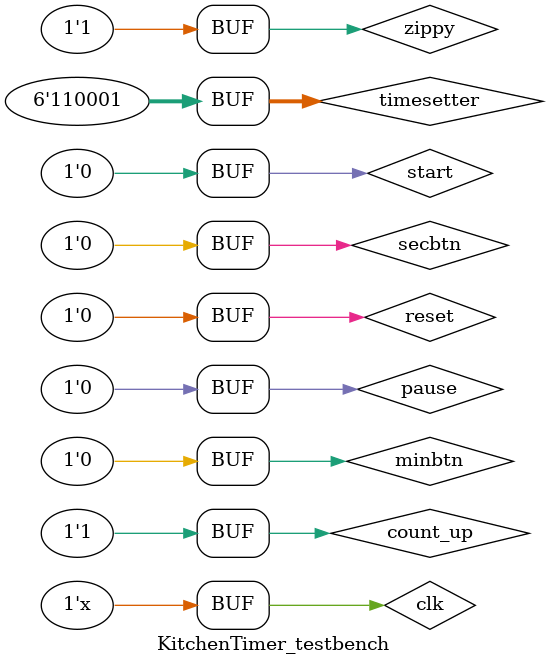
<source format=v>
`timescale 1ns / 1ps


module KitchenTimer_testbench;

	// Inputs
	reg clk;
	reg reset;
	reg minbtn;
	reg secbtn;
	reg pause;
	reg start;
	reg count_up;
	reg zippy;
	reg [5:0] timesetter;

	// Outputs
	wire zled;
	wire [6:0] seven;
	wire [3:0] AN;
	
	parameter seconds = 100000000;
	
	// Instantiate the Unit Under Test (UUT)
	KitchenTimer uut (
		.clk(clk), 
		.reset(reset), 
		.minbtn(minbtn), 
		.secbtn(secbtn), 
		.pause(pause), 
		.start(start), 
		.count_up(count_up), 
		.zippy(zippy), 
		.timesetter(timesetter), 
		.zled(zled), 
		.seven(seven), 
		.AN(AN)
	);

	initial begin
		// Initialize Inputs
		reset = 0;
		minbtn = 0;
		secbtn = 0;
		pause = 0;
		start = 0;
		count_up = 1;
		zippy = 0;
		timesetter = 0;
		clk = 0;

		// Wait 100 ns for global reset to finish
		#100;
      timesetter  = 59;
		#10 minbtn = 1;
		#10 minbtn = 0;
		#10 timesetter = 49;
		#10 secbtn = 1;
		#10 secbtn = 0;
		#10 start = 1;
		#10 start = 0;
		#(15*seconds) zippy = 1;
		#(5*seconds) count_up = 0;
		#(20*seconds) count_up = 1;
		#(5*seconds) pause = 1;
		#10 pause = 0;
		#(3*seconds) reset = 1;
		#10 reset = 0;

	end
     always #5 clk = !clk;
endmodule


</source>
